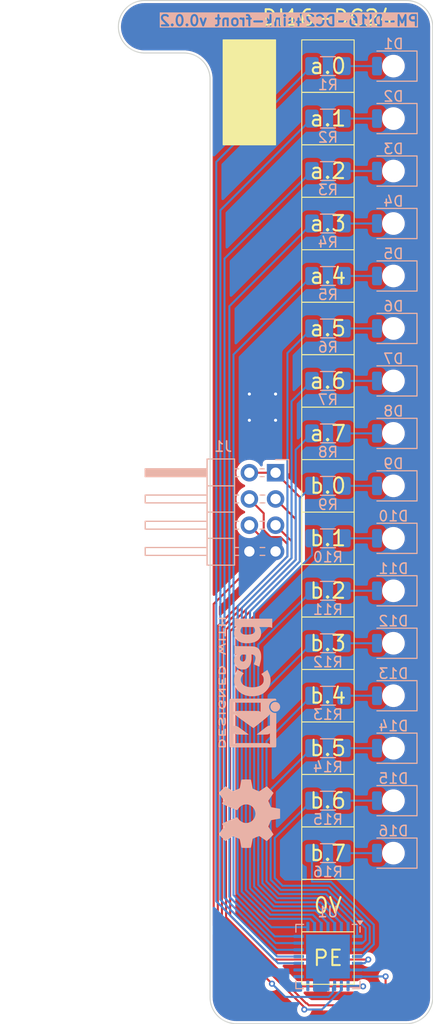
<source format=kicad_pcb>
(kicad_pcb (version 20240108) (generator "pcbnew") (generator_version "8.0")
  (title_block (title "${article} v${version}"))
  (layers (0 "F.Cu" signal) (31 "B.Cu" signal) (34 "B.Paste" user) (35 "F.Paste" user) (36 "B.SilkS" user "B.Silkscreen") (37 "F.SilkS" user "F.Silkscreen") (38 "B.Mask" user) (39 "F.Mask" user) (44 "Edge.Cuts" user))
  (property "article" "PM-DI16-DC24sink-front")
  (property "version" "0.0.2")
  (net 0 "")
  (net 4 "GND")
  (net 5 "+3.3V")
  (net 6 "/b.0")
  (net 7 "Net-(D1-A)")
  (net 8 "Net-(D2-A)")
  (net 9 "Net-(D3-A)")
  (net 10 "Net-(D4-A)")
  (net 11 "Net-(D5-A)")
  (net 12 "Net-(D6-A)")
  (net 13 "Net-(D7-A)")
  (net 14 "Net-(D8-A)")
  (net 15 "Net-(D9-A)")
  (net 16 "Net-(D10-A)")
  (net 17 "Net-(D11-A)")
  (net 18 "Net-(D12-A)")
  (net 19 "Net-(D13-A)")
  (net 20 "Net-(D14-A)")
  (net 21 "Net-(D15-A)")
  (net 22 "Net-(D16-A)")
  (net 23 "/b.1")
  (net 24 "/b.2")
  (net 25 "/b.3")
  (net 26 "/b.4")
  (net 27 "/b.5")
  (net 28 "/b.6")
  (net 29 "/b.7")
  (net 30 "/a.0")
  (net 31 "/a.1")
  (net 32 "/a.2")
  (net 33 "/a.3")
  (net 34 "/a.4")
  (net 35 "/a.5")
  (net 36 "/a.6")
  (net 37 "/a.7")
  (net 38 "/MOSI")
  (net 39 "/MISO")
  (net 40 "/SCK")
  (net 41 "/CS")
  (footprint "kicad_inventree_lib:LED_1206_3216Metric_ReverseMount_Hole1.8x2.4mm" (layer "B.Cu") (at 77.47 97.79 180)
    (property "Reference" "D9" (at 0 2.145 0) (layer "B.SilkS") (effects (justify mirror)))
    (property "Value" "Green")
    (pad "" np_thru_hole oval (at 0 0 180) (size 1.7 1.7) (drill oval 1.7) (layers "F&B.Cu" "*.Mask"))
    (pad "1" smd roundrect (at -1.6 0 180) (size 0.95 1.8) (layers "B.Cu" "B.Paste" "B.Mask") (roundrect_rratio 0.2) (net 4 "GND"))
    (pad "2" smd roundrect (at 1.6 0 180) (size 0.95 1.8) (layers "B.Cu" "B.Paste" "B.Mask") (roundrect_rratio 0.2) (net 15 "Net-(D9-A)"))
  )
  (footprint "Connector_PinHeader_2.54mm:PinHeader_2x04_P2.54mm_Horizontal" (layer "B.Cu") (at 66.04 96.52 180)
    (property "Reference" "J1" (at 5.08 2.54 0) (layer "B.SilkS") (effects (justify mirror)))
    (property "Value" "PinHeader_02x04_P2.54_THT_angle")
    (pad "1" thru_hole rect (at 0 0 180) (size 1.7 1.7) (drill 1) (layers "*.Cu" "*.Mask") (net 5 "+3.3V"))
    (pad "2" thru_hole oval (at 2.54 0 180) (size 1.7 1.7) (drill 1) (layers "*.Cu" "*.Mask") (net 5 "+3.3V"))
    (pad "3" thru_hole oval (at 0 -2.54 180) (size 1.7 1.7) (drill 1) (layers "*.Cu" "*.Mask") (net 40 "/SCK"))
    (pad "4" thru_hole oval (at 2.54 -2.54 180) (size 1.7 1.7) (drill 1) (layers "*.Cu" "*.Mask") (net 38 "/MOSI"))
    (pad "5" thru_hole oval (at 0 -5.08 180) (size 1.7 1.7) (drill 1) (layers "*.Cu" "*.Mask") (net 41 "/CS"))
    (pad "6" thru_hole oval (at 2.54 -5.08 180) (size 1.7 1.7) (drill 1) (layers "*.Cu" "*.Mask") (net 39 "/MISO"))
    (pad "7" thru_hole oval (at 0 -7.62 180) (size 1.7 1.7) (drill 1) (layers "*.Cu" "*.Mask") (net 4 "GND"))
    (pad "8" thru_hole oval (at 2.54 -7.62 180) (size 1.7 1.7) (drill 1) (layers "*.Cu" "*.Mask") (net 4 "GND"))
  )
  (footprint "Resistor_SMD:R_1206_3216Metric_Pad1.30x1.75mm_HandSolder" (layer "B.Cu") (at 71.12 97.79)
    (property "Reference" "R9" (at 0 1.82 0) (layer "B.SilkS") (effects (justify mirror)))
    (property "Value" "270")
    (pad "1" smd roundrect (at -1.55 0) (size 1.3 1.75) (layers "B.Cu" "B.Paste" "B.Mask") (roundrect_rratio 0.192308) (net 6 "/b.0"))
    (pad "2" smd roundrect (at 1.55 0) (size 1.3 1.75) (layers "B.Cu" "B.Paste" "B.Mask") (roundrect_rratio 0.192308) (net 15 "Net-(D9-A)"))
  )
  (footprint "Resistor_SMD:R_1206_3216Metric_Pad1.30x1.75mm_HandSolder" (layer "B.Cu") (at 71.12 128.27)
    (property "Reference" "R15" (at 0 1.82 0) (layer "B.SilkS") (effects (justify mirror)))
    (property "Value" "270")
    (pad "1" smd roundrect (at -1.55 0) (size 1.3 1.75) (layers "B.Cu" "B.Paste" "B.Mask") (roundrect_rratio 0.192308) (net 28 "/b.6"))
    (pad "2" smd roundrect (at 1.55 0) (size 1.3 1.75) (layers "B.Cu" "B.Paste" "B.Mask") (roundrect_rratio 0.192308) (net 21 "Net-(D15-A)"))
  )
  (footprint "kicad_inventree_lib:LED_1206_3216Metric_ReverseMount_Hole1.8x2.4mm" (layer "B.Cu") (at 77.47 123.19 180)
    (property "Reference" "D14" (at 0 2.145 0) (layer "B.SilkS") (effects (justify mirror)))
    (property "Value" "Green")
    (pad "" np_thru_hole oval (at 0 0 180) (size 1.7 1.7) (drill oval 1.7) (layers "F&B.Cu" "*.Mask"))
    (pad "1" smd roundrect (at -1.6 0 180) (size 0.95 1.8) (layers "B.Cu" "B.Paste" "B.Mask") (roundrect_rratio 0.2) (net 4 "GND"))
    (pad "2" smd roundrect (at 1.6 0 180) (size 0.95 1.8) (layers "B.Cu" "B.Paste" "B.Mask") (roundrect_rratio 0.2) (net 20 "Net-(D14-A)"))
  )
  (footprint "Resistor_SMD:R_1206_3216Metric_Pad1.30x1.75mm_HandSolder" (layer "B.Cu") (at 71.12 62.23)
    (property "Reference" "R2" (at 0 1.82 0) (layer "B.SilkS") (effects (justify mirror)))
    (property "Value" "270")
    (pad "1" smd roundrect (at -1.55 0) (size 1.3 1.75) (layers "B.Cu" "B.Paste" "B.Mask") (roundrect_rratio 0.192308) (net 31 "/a.1"))
    (pad "2" smd roundrect (at 1.55 0) (size 1.3 1.75) (layers "B.Cu" "B.Paste" "B.Mask") (roundrect_rratio 0.192308) (net 8 "Net-(D2-A)"))
  )
  (footprint "kicad_inventree_lib:LED_1206_3216Metric_ReverseMount_Hole1.8x2.4mm" (layer "B.Cu") (at 77.47 82.55 180)
    (property "Reference" "D6" (at 0 2.145 0) (layer "B.SilkS") (effects (justify mirror)))
    (property "Value" "Green")
    (pad "" np_thru_hole oval (at 0 0 180) (size 1.7 1.7) (drill oval 1.7) (layers "F&B.Cu" "*.Mask"))
    (pad "1" smd roundrect (at -1.6 0 180) (size 0.95 1.8) (layers "B.Cu" "B.Paste" "B.Mask") (roundrect_rratio 0.2) (net 4 "GND"))
    (pad "2" smd roundrect (at 1.6 0 180) (size 0.95 1.8) (layers "B.Cu" "B.Paste" "B.Mask") (roundrect_rratio 0.2) (net 12 "Net-(D6-A)"))
  )
  (footprint "kicad_inventree_lib:LED_1206_3216Metric_ReverseMount_Hole1.8x2.4mm" (layer "B.Cu") (at 77.47 62.23 180)
    (property "Reference" "D2" (at 0 2.145 0) (layer "B.SilkS") (effects (justify mirror)))
    (property "Value" "Green")
    (pad "" np_thru_hole oval (at 0 0 180) (size 1.7 1.7) (drill oval 1.7) (layers "F&B.Cu" "*.Mask"))
    (pad "1" smd roundrect (at -1.6 0 180) (size 0.95 1.8) (layers "B.Cu" "B.Paste" "B.Mask") (roundrect_rratio 0.2) (net 4 "GND"))
    (pad "2" smd roundrect (at 1.6 0 180) (size 0.95 1.8) (layers "B.Cu" "B.Paste" "B.Mask") (roundrect_rratio 0.2) (net 8 "Net-(D2-A)"))
  )
  (footprint "Package_DFN_QFN:QFN-28-1EP_6x6mm_P0.65mm_EP4.25x4.25mm" (layer "B.Cu") (at 71.12 143.36 180)
    (property "Reference" "U1" (at 0 4.31 0) (layer "B.SilkS") (effects (justify mirror)))
    (property "Value" "MCP23S17_ML")
    (pad "1" smd roundrect (at -2.8375 1.95 180) (size 1.025 0.3) (layers "B.Cu" "B.Paste" "B.Mask") (net 26 "/b.4"))
    (pad "2" smd roundrect (at -2.8375 1.3 180) (size 1.025 0.3) (layers "B.Cu" "B.Paste" "B.Mask") (net 27 "/b.5"))
    (pad "3" smd roundrect (at -2.8375 0.65 180) (size 1.025 0.3) (layers "B.Cu" "B.Paste" "B.Mask") (net 28 "/b.6"))
    (pad "4" smd roundrect (at -2.8375 0 180) (size 1.025 0.3) (layers "B.Cu" "B.Paste" "B.Mask") (net 29 "/b.7"))
    (pad "5" smd roundrect (at -2.8375 -0.65 180) (size 1.025 0.3) (layers "B.Cu" "B.Paste" "B.Mask") (net 5 "+3.3V"))
    (pad "6" smd roundrect (at -2.8375 -1.3 180) (size 1.025 0.3) (layers "B.Cu" "B.Paste" "B.Mask") (net 4 "GND"))
    (pad "7" smd roundrect (at -2.8375 -1.95 180) (size 1.025 0.3) (layers "B.Cu" "B.Paste" "B.Mask") (net 41 "/CS"))
    (pad "8" smd roundrect (at -1.95 -2.8375 180) (size 0.3 1.025) (layers "B.Cu" "B.Paste" "B.Mask") (net 40 "/SCK"))
    (pad "9" smd roundrect (at -1.3 -2.8375 180) (size 0.3 1.025) (layers "B.Cu" "B.Paste" "B.Mask") (net 38 "/MOSI"))
    (pad "10" smd roundrect (at -0.65 -2.8375 180) (size 0.3 1.025) (layers "B.Cu" "B.Paste" "B.Mask") (net 39 "/MISO"))
    (pad "11" smd roundrect (at 0 -2.8375 180) (size 0.3 1.025) (layers "B.Cu" "B.Paste" "B.Mask") (net 4 "GND"))
    (pad "12" smd roundrect (at 0.65 -2.8375 180) (size 0.3 1.025) (layers "B.Cu" "B.Paste" "B.Mask") (net 4 "GND"))
    (pad "13" smd roundrect (at 1.3 -2.8375 180) (size 0.3 1.025) (layers "B.Cu" "B.Paste" "B.Mask") (net 4 "GND"))
    (pad "14" smd roundrect (at 1.95 -2.8375 180) (size 0.3 1.025) (layers "B.Cu" "B.Paste" "B.Mask"))
    (pad "15" smd roundrect (at 2.8375 -1.95 180) (size 1.025 0.3) (layers "B.Cu" "B.Paste" "B.Mask"))
    (pad "16" smd roundrect (at 2.8375 -1.3 180) (size 1.025 0.3) (layers "B.Cu" "B.Paste" "B.Mask"))
    (pad "17" smd roundrect (at 2.8375 -0.65 180) (size 1.025 0.3) (layers "B.Cu" "B.Paste" "B.Mask") (net 30 "/a.0"))
    (pad "18" smd roundrect (at 2.8375 0 180) (size 1.025 0.3) (layers "B.Cu" "B.Paste" "B.Mask") (net 31 "/a.1"))
    (pad "19" smd roundrect (at 2.8375 0.65 180) (size 1.025 0.3) (layers "B.Cu" "B.Paste" "B.Mask") (net 32 "/a.2"))
    (pad "20" smd roundrect (at 2.8375 1.3 180) (size 1.025 0.3) (layers "B.Cu" "B.Paste" "B.Mask") (net 33 "/a.3"))
    (pad "21" smd roundrect (at 2.8375 1.95 180) (size 1.025 0.3) (layers "B.Cu" "B.Paste" "B.Mask") (net 34 "/a.4"))
    (pad "22" smd roundrect (at 1.95 2.8375 180) (size 0.3 1.025) (layers "B.Cu" "B.Paste" "B.Mask") (net 35 "/a.5"))
    (pad "23" smd roundrect (at 1.3 2.8375 180) (size 0.3 1.025) (layers "B.Cu" "B.Paste" "B.Mask") (net 36 "/a.6"))
    (pad "24" smd roundrect (at 0.65 2.8375 180) (size 0.3 1.025) (layers "B.Cu" "B.Paste" "B.Mask") (net 37 "/a.7"))
    (pad "25" smd roundrect (at 0 2.8375 180) (size 0.3 1.025) (layers "B.Cu" "B.Paste" "B.Mask") (net 6 "/b.0"))
    (pad "26" smd roundrect (at -0.65 2.8375 180) (size 0.3 1.025) (layers "B.Cu" "B.Paste" "B.Mask") (net 23 "/b.1"))
    (pad "27" smd roundrect (at -1.3 2.8375 180) (size 0.3 1.025) (layers "B.Cu" "B.Paste" "B.Mask") (net 24 "/b.2"))
    (pad "28" smd roundrect (at -1.95 2.8375 180) (size 0.3 1.025) (layers "B.Cu" "B.Paste" "B.Mask") (net 25 "/b.3"))
    (pad "29" smd rect (at 0 0 180) (size 4.25 4.25) (property pad_prop_heatsink) (layers "B.Cu" "B.Mask") (net 4 "GND"))
  )
  (footprint "Resistor_SMD:R_1206_3216Metric_Pad1.30x1.75mm_HandSolder" (layer "B.Cu") (at 71.12 57.15)
    (property "Reference" "R1" (at 0 1.82 0) (layer "B.SilkS") (effects (justify mirror)))
    (property "Value" "270")
    (pad "1" smd roundrect (at -1.55 0) (size 1.3 1.75) (layers "B.Cu" "B.Paste" "B.Mask") (roundrect_rratio 0.192308) (net 30 "/a.0"))
    (pad "2" smd roundrect (at 1.55 0) (size 1.3 1.75) (layers "B.Cu" "B.Paste" "B.Mask") (roundrect_rratio 0.192308) (net 7 "Net-(D1-A)"))
  )
  (footprint "kicad_inventree_lib:LED_1206_3216Metric_ReverseMount_Hole1.8x2.4mm" (layer "B.Cu") (at 77.47 113.03 180)
    (property "Reference" "D12" (at 0 2.145 0) (layer "B.SilkS") (effects (justify mirror)))
    (property "Value" "Green")
    (pad "" np_thru_hole oval (at 0 0 180) (size 1.7 1.7) (drill oval 1.7) (layers "F&B.Cu" "*.Mask"))
    (pad "1" smd roundrect (at -1.6 0 180) (size 0.95 1.8) (layers "B.Cu" "B.Paste" "B.Mask") (roundrect_rratio 0.2) (net 4 "GND"))
    (pad "2" smd roundrect (at 1.6 0 180) (size 0.95 1.8) (layers "B.Cu" "B.Paste" "B.Mask") (roundrect_rratio 0.2) (net 18 "Net-(D12-A)"))
  )
  (footprint "Resistor_SMD:R_1206_3216Metric_Pad1.30x1.75mm_HandSolder" (layer "B.Cu") (at 71.12 113.03)
    (property "Reference" "R12" (at 0 1.82 0) (layer "B.SilkS") (effects (justify mirror)))
    (property "Value" "270")
    (pad "1" smd roundrect (at -1.55 0) (size 1.3 1.75) (layers "B.Cu" "B.Paste" "B.Mask") (roundrect_rratio 0.192308) (net 25 "/b.3"))
    (pad "2" smd roundrect (at 1.55 0) (size 1.3 1.75) (layers "B.Cu" "B.Paste" "B.Mask") (roundrect_rratio 0.192308) (net 18 "Net-(D12-A)"))
  )
  (footprint "Resistor_SMD:R_1206_3216Metric_Pad1.30x1.75mm_HandSolder" (layer "B.Cu") (at 71.12 77.47)
    (property "Reference" "R5" (at 0 1.82 0) (layer "B.SilkS") (effects (justify mirror)))
    (property "Value" "270")
    (pad "1" smd roundrect (at -1.55 0) (size 1.3 1.75) (layers "B.Cu" "B.Paste" "B.Mask") (roundrect_rratio 0.192308) (net 34 "/a.4"))
    (pad "2" smd roundrect (at 1.55 0) (size 1.3 1.75) (layers "B.Cu" "B.Paste" "B.Mask") (roundrect_rratio 0.192308) (net 11 "Net-(D5-A)"))
  )
  (footprint "kicad_inventree_lib:LED_1206_3216Metric_ReverseMount_Hole1.8x2.4mm" (layer "B.Cu") (at 77.47 77.47 180)
    (property "Reference" "D5" (at 0 2.145 0) (layer "B.SilkS") (effects (justify mirror)))
    (property "Value" "Green")
    (pad "" np_thru_hole oval (at 0 0 180) (size 1.7 1.7) (drill oval 1.7) (layers "F&B.Cu" "*.Mask"))
    (pad "1" smd roundrect (at -1.6 0 180) (size 0.95 1.8) (layers "B.Cu" "B.Paste" "B.Mask") (roundrect_rratio 0.2) (net 4 "GND"))
    (pad "2" smd roundrect (at 1.6 0 180) (size 0.95 1.8) (layers "B.Cu" "B.Paste" "B.Mask") (roundrect_rratio 0.2) (net 11 "Net-(D5-A)"))
  )
  (footprint "kicad_inventree_lib:LED_1206_3216Metric_ReverseMount_Hole1.8x2.4mm" (layer "B.Cu") (at 77.47 87.63 180)
    (property "Reference" "D7" (at 0 2.145 0) (layer "B.SilkS") (effects (justify mirror)))
    (property "Value" "Green")
    (pad "" np_thru_hole oval (at 0 0 180) (size 1.7 1.7) (drill oval 1.7) (layers "F&B.Cu" "*.Mask"))
    (pad "1" smd roundrect (at -1.6 0 180) (size 0.95 1.8) (layers "B.Cu" "B.Paste" "B.Mask") (roundrect_rratio 0.2) (net 4 "GND"))
    (pad "2" smd roundrect (at 1.6 0 180) (size 0.95 1.8) (layers "B.Cu" "B.Paste" "B.Mask") (roundrect_rratio 0.2) (net 13 "Net-(D7-A)"))
  )
  (footprint "Resistor_SMD:R_1206_3216Metric_Pad1.30x1.75mm_HandSolder" (layer "B.Cu") (at 71.12 102.87)
    (property "Reference" "R10" (at 0 1.82 0) (layer "B.SilkS") (effects (justify mirror)))
    (property "Value" "270")
    (pad "1" smd roundrect (at -1.55 0) (size 1.3 1.75) (layers "B.Cu" "B.Paste" "B.Mask") (roundrect_rratio 0.192308) (net 23 "/b.1"))
    (pad "2" smd roundrect (at 1.55 0) (size 1.3 1.75) (layers "B.Cu" "B.Paste" "B.Mask") (roundrect_rratio 0.192308) (net 16 "Net-(D10-A)"))
  )
  (footprint "Resistor_SMD:R_1206_3216Metric_Pad1.30x1.75mm_HandSolder" (layer "B.Cu") (at 71.12 133.35)
    (property "Reference" "R16" (at 0 1.82 0) (layer "B.SilkS") (effects (justify mirror)))
    (property "Value" "270")
    (pad "1" smd roundrect (at -1.55 0) (size 1.3 1.75) (layers "B.Cu" "B.Paste" "B.Mask") (roundrect_rratio 0.192308) (net 29 "/b.7"))
    (pad "2" smd roundrect (at 1.55 0) (size 1.3 1.75) (layers "B.Cu" "B.Paste" "B.Mask") (roundrect_rratio 0.192308) (net 22 "Net-(D16-A)"))
  )
  (footprint "kicad_inventree_lib:LED_1206_3216Metric_ReverseMount_Hole1.8x2.4mm" (layer "B.Cu") (at 77.47 72.39 180)
    (property "Reference" "D4" (at 0 2.145 0) (layer "B.SilkS") (effects (justify mirror)))
    (property "Value" "Green")
    (pad "" np_thru_hole oval (at 0 0 180) (size 1.7 1.7) (drill oval 1.7) (layers "F&B.Cu" "*.Mask"))
    (pad "1" smd roundrect (at -1.6 0 180) (size 0.95 1.8) (layers "B.Cu" "B.Paste" "B.Mask") (roundrect_rratio 0.2) (net 4 "GND"))
    (pad "2" smd roundrect (at 1.6 0 180) (size 0.95 1.8) (layers "B.Cu" "B.Paste" "B.Mask") (roundrect_rratio 0.2) (net 10 "Net-(D4-A)"))
  )
  (footprint "Resistor_SMD:R_1206_3216Metric_Pad1.30x1.75mm_HandSolder" (layer "B.Cu") (at 71.12 107.95)
    (property "Reference" "R11" (at 0 1.82 0) (layer "B.SilkS") (effects (justify mirror)))
    (property "Value" "270")
    (pad "1" smd roundrect (at -1.55 0) (size 1.3 1.75) (layers "B.Cu" "B.Paste" "B.Mask") (roundrect_rratio 0.192308) (net 24 "/b.2"))
    (pad "2" smd roundrect (at 1.55 0) (size 1.3 1.75) (layers "B.Cu" "B.Paste" "B.Mask") (roundrect_rratio 0.192308) (net 17 "Net-(D11-A)"))
  )
  (footprint "kicad_inventree_lib:LED_1206_3216Metric_ReverseMount_Hole1.8x2.4mm" (layer "B.Cu") (at 77.47 67.31 180)
    (property "Reference" "D3" (at 0 2.145 0) (layer "B.SilkS") (effects (justify mirror)))
    (property "Value" "Green")
    (pad "" np_thru_hole oval (at 0 0 180) (size 1.7 1.7) (drill oval 1.7) (layers "F&B.Cu" "*.Mask"))
    (pad "1" smd roundrect (at -1.6 0 180) (size 0.95 1.8) (layers "B.Cu" "B.Paste" "B.Mask") (roundrect_rratio 0.2) (net 4 "GND"))
    (pad "2" smd roundrect (at 1.6 0 180) (size 0.95 1.8) (layers "B.Cu" "B.Paste" "B.Mask") (roundrect_rratio 0.2) (net 9 "Net-(D3-A)"))
  )
  (footprint "Symbol:OSHW-Symbol_6.7x6mm_SilkScreen" (layer "B.Cu") (at 63.5 129.54 90)
    (property "Reference" "REF**" (hide yes))
    (property "Value" "OSHW-Symbol_6.7x6mm_SilkScreen" (hide yes))
  )
  (footprint "kicad_inventree_lib:LED_1206_3216Metric_ReverseMount_Hole1.8x2.4mm" (layer "B.Cu") (at 77.47 102.87 180)
    (property "Reference" "D10" (at 0 2.145 0) (layer "B.SilkS") (effects (justify mirror)))
    (property "Value" "Green")
    (pad "" np_thru_hole oval (at 0 0 180) (size 1.7 1.7) (drill oval 1.7) (layers "F&B.Cu" "*.Mask"))
    (pad "1" smd roundrect (at -1.6 0 180) (size 0.95 1.8) (layers "B.Cu" "B.Paste" "B.Mask") (roundrect_rratio 0.2) (net 4 "GND"))
    (pad "2" smd roundrect (at 1.6 0 180) (size 0.95 1.8) (layers "B.Cu" "B.Paste" "B.Mask") (roundrect_rratio 0.2) (net 16 "Net-(D10-A)"))
  )
  (footprint "kicad_inventree_lib:LED_1206_3216Metric_ReverseMount_Hole1.8x2.4mm" (layer "B.Cu") (at 77.47 118.11 180)
    (property "Reference" "D13" (at 0 2.145 0) (layer "B.SilkS") (effects (justify mirror)))
    (property "Value" "Green")
    (pad "" np_thru_hole oval (at 0 0 180) (size 1.7 1.7) (drill oval 1.7) (layers "F&B.Cu" "*.Mask"))
    (pad "1" smd roundrect (at -1.6 0 180) (size 0.95 1.8) (layers "B.Cu" "B.Paste" "B.Mask") (roundrect_rratio 0.2) (net 4 "GND"))
    (pad "2" smd roundrect (at 1.6 0 180) (size 0.95 1.8) (layers "B.Cu" "B.Paste" "B.Mask") (roundrect_rratio 0.2) (net 19 "Net-(D13-A)"))
  )
  (footprint "Resistor_SMD:R_1206_3216Metric_Pad1.30x1.75mm_HandSolder" (layer "B.Cu") (at 71.12 92.71)
    (property "Reference" "R8" (at 0 1.82 0) (layer "B.SilkS") (effects (justify mirror)))
    (property "Value" "270")
    (pad "1" smd roundrect (at -1.55 0) (size 1.3 1.75) (layers "B.Cu" "B.Paste" "B.Mask") (roundrect_rratio 0.192308) (net 37 "/a.7"))
    (pad "2" smd roundrect (at 1.55 0) (size 1.3 1.75) (layers "B.Cu" "B.Paste" "B.Mask") (roundrect_rratio 0.192308) (net 14 "Net-(D8-A)"))
  )
  (footprint "Resistor_SMD:R_1206_3216Metric_Pad1.30x1.75mm_HandSolder" (layer "B.Cu") (at 71.12 67.31)
    (property "Reference" "R3" (at 0 1.82 0) (layer "B.SilkS") (effects (justify mirror)))
    (property "Value" "270")
    (pad "1" smd roundrect (at -1.55 0) (size 1.3 1.75) (layers "B.Cu" "B.Paste" "B.Mask") (roundrect_rratio 0.192308) (net 32 "/a.2"))
    (pad "2" smd roundrect (at 1.55 0) (size 1.3 1.75) (layers "B.Cu" "B.Paste" "B.Mask") (roundrect_rratio 0.192308) (net 9 "Net-(D3-A)"))
  )
  (footprint "Resistor_SMD:R_1206_3216Metric_Pad1.30x1.75mm_HandSolder" (layer "B.Cu") (at 71.12 72.39)
    (property "Reference" "R4" (at 0 1.82 0) (layer "B.SilkS") (effects (justify mirror)))
    (property "Value" "270")
    (pad "1" smd roundrect (at -1.55 0) (size 1.3 1.75) (layers "B.Cu" "B.Paste" "B.Mask") (roundrect_rratio 0.192308) (net 33 "/a.3"))
    (pad "2" smd roundrect (at 1.55 0) (size 1.3 1.75) (layers "B.Cu" "B.Paste" "B.Mask") (roundrect_rratio 0.192308) (net 10 "Net-(D4-A)"))
  )
  (footprint "kicad_inventree_lib:LED_1206_3216Metric_ReverseMount_Hole1.8x2.4mm" (layer "B.Cu") (at 77.47 57.15 180)
    (property "Reference" "D1" (at 0 2.145 0) (layer "B.SilkS") (effects (justify mirror)))
    (property "Value" "Green")
    (pad "" np_thru_hole oval (at 0 0 180) (size 1.7 1.7) (drill oval 1.7) (layers "F&B.Cu" "*.Mask"))
    (pad "1" smd roundrect (at -1.6 0 180) (size 0.95 1.8) (layers "B.Cu" "B.Paste" "B.Mask") (roundrect_rratio 0.2) (net 4 "GND"))
    (pad "2" smd roundrect (at 1.6 0 180) (size 0.95 1.8) (layers "B.Cu" "B.Paste" "B.Mask") (roundrect_rratio 0.2) (net 7 "Net-(D1-A)"))
  )
  (footprint "Resistor_SMD:R_1206_3216Metric_Pad1.30x1.75mm_HandSolder" (layer "B.Cu") (at 71.12 118.11)
    (property "Reference" "R13" (at 0 1.82 0) (layer "B.SilkS") (effects (justify mirror)))
    (property "Value" "270")
    (pad "1" smd roundrect (at -1.55 0) (size 1.3 1.75) (layers "B.Cu" "B.Paste" "B.Mask") (roundrect_rratio 0.192308) (net 26 "/b.4"))
    (pad "2" smd roundrect (at 1.55 0) (size 1.3 1.75) (layers "B.Cu" "B.Paste" "B.Mask") (roundrect_rratio 0.192308) (net 19 "Net-(D13-A)"))
  )
  (footprint "kicad_inventree_lib:LED_1206_3216Metric_ReverseMount_Hole1.8x2.4mm" (layer "B.Cu") (at 77.47 107.95 180)
    (property "Reference" "D11" (at 0 2.145 0) (layer "B.SilkS") (effects (justify mirror)))
    (property "Value" "Green")
    (pad "" np_thru_hole oval (at 0 0 180) (size 1.7 1.7) (drill oval 1.7) (layers "F&B.Cu" "*.Mask"))
    (pad "1" smd roundrect (at -1.6 0 180) (size 0.95 1.8) (layers "B.Cu" "B.Paste" "B.Mask") (roundrect_rratio 0.2) (net 4 "GND"))
    (pad "2" smd roundrect (at 1.6 0 180) (size 0.95 1.8) (layers "B.Cu" "B.Paste" "B.Mask") (roundrect_rratio 0.2) (net 17 "Net-(D11-A)"))
  )
  (footprint "kicad_inventree_lib:LED_1206_3216Metric_ReverseMount_Hole1.8x2.4mm" (layer "B.Cu") (at 77.47 133.35 180)
    (property "Reference" "D16" (at 0 2.145 0) (layer "B.SilkS") (effects (justify mirror)))
    (property "Value" "Green")
    (pad "" np_thru_hole oval (at 0 0 180) (size 1.7 1.7) (drill oval 1.7) (layers "F&B.Cu" "*.Mask"))
    (pad "1" smd roundrect (at -1.6 0 180) (size 0.95 1.8) (layers "B.Cu" "B.Paste" "B.Mask") (roundrect_rratio 0.2) (net 4 "GND"))
    (pad "2" smd roundrect (at 1.6 0 180) (size 0.95 1.8) (layers "B.Cu" "B.Paste" "B.Mask") (roundrect_rratio 0.2) (net 22 "Net-(D16-A)"))
  )
  (footprint "kicad_inventree_lib:LED_1206_3216Metric_ReverseMount_Hole1.8x2.4mm" (layer "B.Cu") (at 77.47 92.71 180)
    (property "Reference" "D8" (at 0 2.145 0) (layer "B.SilkS") (effects (justify mirror)))
    (property "Value" "Green")
    (pad "" np_thru_hole oval (at 0 0 180) (size 1.7 1.7) (drill oval 1.7) (layers "F&B.Cu" "*.Mask"))
    (pad "1" smd roundrect (at -1.6 0 180) (size 0.95 1.8) (layers "B.Cu" "B.Paste" "B.Mask") (roundrect_rratio 0.2) (net 4 "GND"))
    (pad "2" smd roundrect (at 1.6 0 180) (size 0.95 1.8) (layers "B.Cu" "B.Paste" "B.Mask") (roundrect_rratio 0.2) (net 14 "Net-(D8-A)"))
  )
  (footprint "Symbol:KiCad-Logo2_5mm_SilkScreen" (layer "B.Cu") (at 63.5 116.84 90)
    (property "Reference" "Logo_kicad" (hide yes))
    (property "Value" "KiCad-Logo2_5mm_SilkScreen" (hide yes))
  )
  (footprint "Resistor_SMD:R_1206_3216Metric_Pad1.30x1.75mm_HandSolder" (layer "B.Cu") (at 71.12 123.19)
    (property "Reference" "R14" (at 0 1.82 0) (layer "B.SilkS") (effects (justify mirror)))
    (property "Value" "270")
    (pad "1" smd roundrect (at -1.55 0) (size 1.3 1.75) (layers "B.Cu" "B.Paste" "B.Mask") (roundrect_rratio 0.192308) (net 27 "/b.5"))
    (pad "2" smd roundrect (at 1.55 0) (size 1.3 1.75) (layers "B.Cu" "B.Paste" "B.Mask") (roundrect_rratio 0.192308) (net 20 "Net-(D14-A)"))
  )
  (footprint "kicad_inventree_lib:LED_1206_3216Metric_ReverseMount_Hole1.8x2.4mm" (layer "B.Cu") (at 77.47 128.27 180)
    (property "Reference" "D15" (at 0 2.145 0) (layer "B.SilkS") (effects (justify mirror)))
    (property "Value" "Green")
    (pad "" np_thru_hole oval (at 0 0 180) (size 1.7 1.7) (drill oval 1.7) (layers "F&B.Cu" "*.Mask"))
    (pad "1" smd roundrect (at -1.6 0 180) (size 0.95 1.8) (layers "B.Cu" "B.Paste" "B.Mask") (roundrect_rratio 0.2) (net 4 "GND"))
    (pad "2" smd roundrect (at 1.6 0 180) (size 0.95 1.8) (layers "B.Cu" "B.Paste" "B.Mask") (roundrect_rratio 0.2) (net 21 "Net-(D15-A)"))
  )
  (footprint "Resistor_SMD:R_1206_3216Metric_Pad1.30x1.75mm_HandSolder" (layer "B.Cu") (at 71.12 87.63)
    (property "Reference" "R7" (at 0 1.82 0) (layer "B.SilkS") (effects (justify mirror)))
    (property "Value" "270")
    (pad "1" smd roundrect (at -1.55 0) (size 1.3 1.75) (layers "B.Cu" "B.Paste" "B.Mask") (roundrect_rratio 0.192308) (net 36 "/a.6"))
    (pad "2" smd roundrect (at 1.55 0) (size 1.3 1.75) (layers "B.Cu" "B.Paste" "B.Mask") (roundrect_rratio 0.192308) (net 13 "Net-(D7-A)"))
  )
  (footprint "Resistor_SMD:R_1206_3216Metric_Pad1.30x1.75mm_HandSolder" (layer "B.Cu") (at 71.12 82.55)
    (property "Reference" "R6" (at 0 1.82 0) (layer "B.SilkS") (effects (justify mirror)))
    (property "Value" "270")
    (pad "1" smd roundrect (at -1.55 0) (size 1.3 1.75) (layers "B.Cu" "B.Paste" "B.Mask") (roundrect_rratio 0.192308) (net 35 "/a.5"))
    (pad "2" smd roundrect (at 1.55 0) (size 1.3 1.75) (layers "B.Cu" "B.Paste" "B.Mask") (roundrect_rratio 0.192308) (net 12 "Net-(D6-A)"))
  )
  (gr_rect (start 68.58 80.01) (end 73.66 85.09) (stroke (width 0.1)) (fill none) (layer "F.SilkS"))
  (gr_rect (start 68.58 100.33) (end 73.66 105.41) (stroke (width 0.1)) (fill none) (layer "F.SilkS"))
  (gr_rect (start 68.58 69.85) (end 73.66 74.93) (stroke (width 0.1)) (fill none) (layer "F.SilkS"))
  (gr_rect (start 68.58 59.69) (end 73.66 64.77) (stroke (width 0.1)) (fill none) (layer "F.SilkS"))
  (gr_rect (start 68.58 120.65) (end 73.66 125.73) (stroke (width 0.1)) (fill none) (layer "F.SilkS"))
  (gr_rect (start 68.58 115.57) (end 73.66 120.65) (stroke (width 0.1)) (fill none) (layer "F.SilkS"))
  (gr_rect (start 68.58 125.73) (end 73.66 130.81) (stroke (width 0.1)) (fill none) (layer "F.SilkS"))
  (gr_rect (start 68.58 130.81) (end 73.66 135.89) (stroke (width 0.1)) (fill none) (layer "F.SilkS"))
  (gr_rect (start 68.58 110.49) (end 73.66 115.57) (stroke (width 0.1)) (fill none) (layer "F.SilkS"))
  (gr_rect (start 68.58 54.61) (end 73.66 59.69) (stroke (width 0.1)) (fill none) (layer "F.SilkS"))
  (gr_rect (start 68.58 95.25) (end 73.66 100.33) (stroke (width 0.1)) (fill none) (layer "F.SilkS"))
  (gr_rect (start 68.58 105.41) (end 73.66 110.49) (stroke (width 0.1)) (fill none) (layer "F.SilkS"))
  (gr_rect (start 68.58 135.89) (end 73.66 140.97) (stroke (width 0.1)) (fill none) (layer "F.SilkS"))
  (gr_rect (start 60.96 54.61) (end 66.04 64.77) (stroke (width 0.1)) (fill solid) (layer "F.SilkS"))
  (gr_rect (start 68.58 64.77) (end 73.66 69.85) (stroke (width 0.1)) (fill none) (layer "F.SilkS"))
  (gr_rect (start 68.58 85.09) (end 73.66 90.17) (stroke (width 0.1)) (fill none) (layer "F.SilkS"))
  (gr_rect (start 68.58 90.17) (end 73.66 95.25) (stroke (width 0.1)) (fill none) (layer "F.SilkS"))
  (gr_rect (start 68.58 74.93) (end 73.66 80.01) (stroke (width 0.1)) (fill none) (layer "F.SilkS"))
  (gr_rect (start 68.58 140.97) (end 73.66 146.05) (stroke (width 0.1)) (fill none) (layer "F.SilkS"))
  (gr_line (start 53.34 55.88) (end 57.15 55.88) (stroke (width 0.1)) (layer "Edge.Cuts"))
  (gr_arc (start 62.23 149.86) (mid 60.433949 149.116051) (end 59.69 147.32) (stroke (width 0.1)) (layer "Edge.Cuts"))
  (gr_arc (start 78.74 50.8) (mid 80.536051 51.543949) (end 81.28 53.34) (stroke (width 0.1)) (layer "Edge.Cuts"))
  (gr_line (start 59.69 58.42) (end 59.69 147.32) (stroke (width 0.1)) (layer "Edge.Cuts"))
  (gr_arc (start 50.8 53.34) (mid 51.543949 51.543949) (end 53.34 50.8) (stroke (width 0.1)) (layer "Edge.Cuts"))
  (gr_line (start 62.23 149.86) (end 78.74 149.86) (stroke (width 0.1)) (layer "Edge.Cuts"))
  (gr_arc (start 53.34 55.88) (mid 51.543949 55.136051) (end 50.8 53.34) (stroke (width 0.1)) (layer "Edge.Cuts"))
  (gr_line (start 53.34 50.8) (end 78.74 50.8) (stroke (width 0.1)) (layer "Edge.Cuts"))
  (gr_line (start 81.28 53.34) (end 81.28 147.32) (stroke (width 0.1)) (layer "Edge.Cuts"))
  (gr_arc (start 81.28 147.32) (mid 80.536051 149.116051) (end 78.74 149.86) (stroke (width 0.1)) (layer "Edge.Cuts"))
  (gr_arc (start 57.15 55.88) (mid 58.946051 56.623949) (end 59.69 58.42) (stroke (width 0.1)) (layer "Edge.Cuts"))
  (gr_text "${article} v${version}" (at 80.01 53.34 0) (layer "B.SilkS" knockout) (effects (font (size 1 1) (thickness 0.2) (bold yes)) (justify left bottom mirror)))
  (gr_text "b.3" (at 71.12 113.9015 0) (layer "F.SilkS") (effects (font (size 1.5 1.5) (thickness 0.2)) (justify bottom)))
  (gr_text "b.2" (at 71.12 108.8215 0) (layer "F.SilkS") (effects (font (size 1.5 1.5) (thickness 0.2)) (justify bottom)))
  (gr_text "PE" (at 71.12 144.3815 0) (layer "F.SilkS") (effects (font (size 1.5 1.5) (thickness 0.2)) (justify bottom)))
  (gr_text "a.4" (at 71.12 78.3415 0) (layer "F.SilkS") (effects (font (size 1.5 1.5) (thickness 0.2)) (justify bottom)))
  (gr_text "b.7" (at 71.12 134.2215 0) (layer "F.SilkS") (effects (font (size 1.5 1.5) (thickness 0.2)) (justify bottom)))
  (gr_text "a.1" (at 71.12 63.1015 0) (layer "F.SilkS") (effects (font (size 1.5 1.5) (thickness 0.2)) (justify bottom)))
  (gr_text "a.7" (at 71.12 93.5815 0) (layer "F.SilkS") (effects (font (size 1.5 1.5) (thickness 0.2)) (justify bottom)))
  (gr_text "b.1" (at 71.12 103.7415 0) (layer "F.SilkS") (effects (font (size 1.5 1.5) (thickness 0.2)) (justify bottom)))
  (gr_text "a.5" (at 71.12 83.4215 0) (layer "F.SilkS") (effects (font (size 1.5 1.5) (thickness 0.2)) (justify bottom)))
  (gr_text "b.0" (at 71.12 98.6615 0) (layer "F.SilkS") (effects (font (size 1.5 1.5) (thickness 0.2)) (justify bottom)))
  (gr_text "a.6" (at 71.12 88.5015 0) (layer "F.SilkS") (effects (font (size 1.5 1.5) (thickness 0.2)) (justify bottom)))
  (gr_text "a.2" (at 71.12 68.1815 0) (layer "F.SilkS") (effects (font (size 1.5 1.5) (thickness 0.2)) (justify bottom)))
  (gr_text "DI16-DC24" (at 71.12 53.34 0) (layer "F.SilkS") (effects (font (size 1.5 1.5) (thickness 0.2)) (justify bottom)))
  (gr_text "0V" (at 71.12 139.3015 0) (layer "F.SilkS") (effects (font (size 1.5 1.5) (thickness 0.2)) (justify bottom)))
  (gr_text "b.5" (at 71.12 124.0615 0) (layer "F.SilkS") (effects (font (size 1.5 1.5) (thickness 0.2)) (justify bottom)))
  (gr_text "a.0" (at 71.12 58.0215 0) (layer "F.SilkS") (effects (font (size 1.5 1.5) (thickness 0.2)) (justify bottom)))
  (gr_text "a.3" (at 71.12 73.2615 0) (layer "F.SilkS") (effects (font (size 1.5 1.5) (thickness 0.2)) (justify bottom)))
  (gr_text "b.4" (at 71.12 118.9815 0) (layer "F.SilkS") (effects (font (size 1.5 1.5) (thickness 0.2)) (justify bottom)))
  (gr_text "b.6" (at 71.12 129.1415 0) (layer "F.SilkS") (effects (font (size 1.5 1.5) (thickness 0.2)) (justify bottom)))
  (via (at 63.5 88.9) (size 0.6) (drill 0.3) (layers "F.Cu" "B.Cu") (net 4))
  (via (at 66.04 91.44) (size 0.6) (drill 0.3) (layers "F.Cu" "B.Cu") (net 4))
  (via (at 63.5 91.44) (size 0.6) (drill 0.3) (layers "F.Cu" "B.Cu") (net 4))
  (via (at 66.04 88.9) (size 0.6) (drill 0.3) (layers "F.Cu" "B.Cu") (net 4))
  (segment (start 75.05 144.66) (end 76.708 143.002) (width 0.2) (layer "B.Cu") (net 4))
  (segment (start 73.9575 144.66) (end 75.05 144.66) (width 0.2) (layer "B.Cu") (net 4))
  (segment (start 68.39 98.87) (end 66.04 96.52) (width 0.2) (layer "F.Cu") (net 5))
  (segment (start 65.901558 143.6529) (end 61.64 139.391342) (width 0.2) (layer "F.Cu") (net 5))
  (segment (start 68.39 105.113404) (end 68.39 98.87) (width 0.2) (layer "F.Cu") (net 5))
  (segment (start 61.64 139.391342) (end 61.64 111.863404) (width 0.2) (layer "F.Cu") (net 5))
  (segment (start 75.0287 143.6529) (end 65.901558 143.6529) (width 0.2) (layer "F.Cu") (net 5))
  (segment (start 61.64 111.863404) (end 68.39 105.113404) (width 0.2) (layer "F.Cu") (net 5))
  (segment (start 66.04 96.52) (end 63.5 96.52) (width 0.2) (layer "F.Cu") (net 5))
  (via (at 75.0287 143.6529) (size 0.6) (drill 0.3) (layers "F.Cu" "B.Cu") (net 5))
  (segment (start 74.6716 144.01) (end 75.0287 143.6529) (width 0.2) (layer "B.Cu") (net 5))
  (segment (start 73.9575 144.01) (end 74.6716 144.01) (width 0.2) (layer "B.Cu") (net 5))
  (segment (start 68.39 98.97) (end 69.57 97.79) (width 0.2) (layer "B.Cu") (net 6))
  (segment (start 71.12 140.12759) (end 69.90241 138.91) (width 0.2) (layer "B.Cu") (net 6))
  (segment (start 65.726116 138.91) (end 63.561843 136.745727) (width 0.2) (layer "B.Cu") (net 6))
  (segment (start 69.90241 138.91) (end 65.726116 138.91) (width 0.2) (layer "B.Cu") (net 6))
  (segment (start 63.561843 136.745727) (end 63.561843 109.941561) (width 0.2) (layer "B.Cu") (net 6))
  (segment (start 71.12 140.522) (end 71.12 140.5225) (width 0.2) (layer "B.Cu") (net 6))
  (segment (start 63.561843 109.941561) (end 68.39 105.113404) (width 0.2) (layer "B.Cu") (net 6))
  (segment (start 68.39 105.113404) (end 68.39 98.97) (width 0.2) (layer "B.Cu") (net 6))
  (segment (start 71.12 140.5225) (end 71.12 140.12759) (width 0.2) (layer "B.Cu") (net 6))
  (segment (start 72.67 57.15) (end 75.87 57.15) (width 0.2) (layer "B.Cu") (net 7))
  (segment (start 72.67 62.23) (end 75.87 62.23) (width 0.2) (layer "B.Cu") (net 8))
  (segment (start 72.67 67.31) (end 75.87 67.31) (width 0.2) (layer "B.Cu") (net 9))
  (segment (start 72.67 72.39) (end 75.87 72.39) (width 0.2) (layer "B.Cu") (net 10))
  (segment (start 72.67 77.47) (end 75.87 77.47) (width 0.2) (layer "B.Cu") (net 11))
  (segment (start 72.67 82.55) (end 75.87 82.55) (width 0.2) (layer "B.Cu") (net 12))
  (segment (start 72.67 87.63) (end 75.87 87.63) (width 0.2) (layer "B.Cu") (net 13))
  (segment (start 72.67 92.71) (end 75.87 92.71) (width 0.2) (layer "B.Cu") (net 14))
  (segment (start 72.67 97.79) (end 75.87 97.79) (width 0.2) (layer "B.Cu") (net 15))
  (segment (start 72.67 102.87) (end 75.87 102.87) (width 0.2) (layer "B.Cu") (net 16))
  (segment (start 72.67 107.95) (end 75.87 107.95) (width 0.2) (layer "B.Cu") (net 17))
  (segment (start 72.67 113.03) (end 75.87 113.03) (width 0.2) (layer "B.Cu") (net 18))
  (segment (start 72.67 118.11) (end 75.87 118.11) (width 0.2) (layer "B.Cu") (net 19))
  (segment (start 72.67 123.19) (end 75.87 123.19) (width 0.2) (layer "B.Cu") (net 20))
  (segment (start 72.67 128.27) (end 75.87 128.27) (width 0.2) (layer "B.Cu") (net 21))
  (segment (start 72.67 133.35) (end 75.87 133.35) (width 0.2) (layer "B.Cu") (net 22))
  (segment (start 71.77 140.522) (end 71.77 140.5225) (width 0.2) (layer "B.Cu") (net 23))
  (segment (start 70.15241 138.51) (end 65.891802 138.51) (width 0.2) (layer "B.Cu") (net 23))
  (segment (start 71.77 140.5225) (end 71.77 140.12759) (width 0.2) (layer "B.Cu") (net 23))
  (segment (start 69.57 104.49909) (end 69.57 102.87) (width 0.2) (layer "B.Cu") (net 23))
  (segment (start 65.891802 138.51) (end 63.961843 136.580041) (width 0.2) (layer "B.Cu") (net 23))
  (segment (start 71.77 140.12759) (end 70.15241 138.51) (width 0.2) (layer "B.Cu") (net 23))
  (segment (start 63.961843 136.580041) (end 63.961843 110.107247) (width 0.2) (layer "B.Cu") (net 23))
  (segment (start 63.961843 110.107247) (end 69.57 104.49909) (width 0.2) (layer "B.Cu") (net 23))
  (segment (start 72.42 140.5225) (end 72.42 140.12759) (width 0.2) (layer "B.Cu") (net 24))
  (segment (start 66.057488 138.11) (end 64.361843 136.414355) (width 0.2) (layer "B.Cu") (net 24))
  (segment (start 64.361843 113.158157) (end 69.57 107.95) (width 0.2) (layer "B.Cu") (net 24))
  (segment (start 70.40241 138.11) (end 66.057488 138.11) (width 0.2) (layer "B.Cu") (net 24))
  (segment (start 64.361843 136.414355) (end 64.361843 113.158157) (width 0.2) (layer "B.Cu") (net 24))
  (segment (start 72.42 140.12759) (end 70.40241 138.11) (width 0.2) (layer "B.Cu") (net 24))
  (segment (start 72.42 140.522) (end 72.42 140.5225) (width 0.2) (layer "B.Cu") (net 24))
  (segment (start 66.223174 137.71) (end 64.761843 136.248669) (width 0.2) (layer "B.Cu") (net 25))
  (segment (start 73.07 140.522) (end 73.07 140.5225) (width 0.2) (layer "B.Cu") (net 25))
  (segment (start 64.761843 117.838157) (end 69.57 113.03) (width 0.2) (layer "B.Cu") (net 25))
  (segment (start 73.07 140.12759) (end 70.65241 137.71) (width 0.2) (layer "B.Cu") (net 25))
  (segment (start 70.65241 137.71) (end 66.223174 137.71) (width 0.2) (layer "B.Cu") (net 25))
  (segment (start 64.761843 136.248669) (end 64.761843 117.838157) (width 0.2) (layer "B.Cu") (net 25))
  (segment (start 73.07 140.5225) (end 73.07 140.12759) (width 0.2) (layer "B.Cu") (net 25))
  (segment (start 70.90241 137.31) (end 66.38886 137.31) (width 0.2) (layer "B.Cu") (net 26))
  (segment (start 73.9575 140.36509) (end 70.90241 137.31) (width 0.2) (layer "B.Cu") (net 26))
  (segment (start 73.9575 141.41) (end 73.9575 140.36509) (width 0.2) (layer "B.Cu") (net 26))
  (segment (start 65.161843 122.518157) (end 69.57 118.11) (width 0.2) (layer "B.Cu") (net 26))
  (segment (start 66.38886 137.31) (end 65.161843 136.082983) (width 0.2) (layer "B.Cu") (net 26))
  (segment (start 65.161843 136.082983) (end 65.161843 122.518157) (width 0.2) (layer "B.Cu") (net 26))
  (segment (start 66.554546 136.91) (end 65.561843 135.917297) (width 0.2) (layer "B.Cu") (net 27))
  (segment (start 71.068096 136.91) (end 66.554546 136.91) (width 0.2) (layer "B.Cu") (net 27))
  (segment (start 65.561843 135.917297) (end 65.561843 127.198157) (width 0.2) (layer "B.Cu") (net 27))
  (segment (start 73.9575 142.06) (end 74.469999 142.06) (width 0.2) (layer "B.Cu") (net 27))
  (segment (start 74.469999 142.06) (end 74.77 141.759999) (width 0.2) (layer "B.Cu") (net 27))
  (segment (start 74.77 141.759999) (end 74.77 140.611904) (width 0.2) (layer "B.Cu") (net 27))
  (segment (start 74.77 140.611904) (end 71.068096 136.91) (width 0.2) (layer "B.Cu") (net 27))
  (segment (start 65.561843 127.198157) (end 69.57 123.19) (width 0.2) (layer "B.Cu") (net 27))
  (segment (start 74.469999 142.71) (end 75.17 142.009999) (width 0.2) (layer "B.Cu") (net 28))
  (segment (start 66.720232 136.51) (end 65.961843 135.751611) (width 0.2) (layer "B.Cu") (net 28))
  (segment (start 65.961843 135.751611) (end 65.961843 131.878157) (width 0.2) (layer "B.Cu") (net 28))
  (segment (start 75.17 142.009999) (end 75.17 140.446218) (width 0.2) (layer "B.Cu") (net 28))
  (segment (start 71.233782 136.51) (end 66.720232 136.51) (width 0.2) (layer "B.Cu") (net 28))
  (segment (start 73.9575 142.71) (end 74.469999 142.71) (width 0.2) (layer "B.Cu") (net 28))
  (segment (start 75.17 140.446218) (end 71.233782 136.51) (width 0.2) (layer "B.Cu") (net 28))
  (segment (start 65.961843 131.878157) (end 69.57 128.27) (width 0.2) (layer "B.Cu") (net 28))
  (segment (start 74.385685 143.36) (end 75.57 142.175685) (width 0.2) (layer "B.Cu") (net 29))
  (segment (start 71.399468 136.11) (end 69.57 136.11) (width 0.2) (layer "B.Cu") (net 29))
  (segment (start 69.57 136.11) (end 69.57 133.35) (width 0.2) (layer "B.Cu") (net 29))
  (segment (start 75.57 142.175685) (end 75.57 140.280532) (width 0.2) (layer "B.Cu") (net 29))
  (segment (start 75.57 140.280532) (end 75.335685 140.046218) (width 0.2) (layer "B.Cu") (net 29))
  (segment (start 75.335685 140.046218) (end 71.399468 136.11) (width 0.2) (layer "B.Cu") (net 29))
  (segment (start 73.9575 143.36) (end 74.385685 143.36) (width 0.2) (layer "B.Cu") (net 29))
  (segment (start 60.29 138.014) (end 60.29 66.43) (width 0.2) (layer "B.Cu") (net 30))
  (segment (start 66.286 144.01) (end 60.29 138.014) (width 0.2) (layer "B.Cu") (net 30))
  (segment (start 68.2825 144.01) (end 66.286 144.01) (width 0.2) (layer "B.Cu") (net 30))
  (segment (start 60.29 66.43) (end 69.57 57.15) (width 0.2) (layer "B.Cu") (net 30))
  (segment (start 68.2825 143.36) (end 66.201686 143.36) (width 0.2) (layer "B.Cu") (net 31))
  (segment (start 66.201686 143.36) (end 60.69 137.848314) (width 0.2) (layer "B.Cu") (net 31))
  (segment (start 60.69 137.848314) (end 60.69 71.11) (width 0.2) (layer "B.Cu") (net 31))
  (segment (start 60.69 71.11) (end 69.57 62.23) (width 0.2) (layer "B.Cu") (net 31))
  (segment (start 66.132 142.71) (end 61.09 137.668) (width 0.2) (layer "B.Cu") (net 32))
  (segment (start 61.09 137.668) (end 61.09 75.79) (width 0.2) (layer "B.Cu") (net 32))
  (segment (start 61.09 75.79) (end 69.57 67.31) (width 0.2) (layer "B.Cu") (net 32))
  (segment (start 68.2825 142.71) (end 66.132 142.71) (width 0.2) (layer "B.Cu") (net 32))
  (segment (start 61.561843 80.398157) (end 69.57 72.39) (width 0.2) (layer "B.Cu") (net 33))
  (segment (start 61.561843 137.574157) (end 61.561843 80.398157) (width 0.2) (layer "B.Cu") (net 33))
  (segment (start 66.047686 142.06) (end 61.561843 137.574157) (width 0.2) (layer "B.Cu") (net 33))
  (segment (start 68.2825 142.06) (end 66.047686 142.06) (width 0.2) (layer "B.Cu") (net 33))
  (segment (start 61.961843 85.078157) (end 69.57 77.47) (width 0.2) (layer "B.Cu") (net 34))
  (segment (start 61.961843 137.408471) (end 61.961843 85.078157) (width 0.2) (layer "B.Cu") (net 34))
  (segment (start 65.963372 141.41) (end 61.961843 137.408471) (width 0.2) (layer "B.Cu") (net 34))
  (segment (start 68.2825 141.41) (end 65.963372 141.41) (width 0.2) (layer "B.Cu") (net 34))
  (segment (start 67.19 84.93) (end 69.57 82.55) (width 0.2) (layer "B.Cu") (net 35))
  (segment (start 67.19 104.616346) (end 67.19 84.93) (width 0.2) (layer "B.Cu") (net 35))
  (segment (start 62.361843 137.242785) (end 62.361843 109.444503) (width 0.2) (layer "B.Cu") (net 35))
  (segment (start 65.641558 140.5225) (end 62.361843 137.242785) (width 0.2) (layer "B.Cu") (net 35))
  (segment (start 69.1695 140.522) (end 69.17 140.5225) (width 0.2) (layer "B.Cu") (net 35))
  (segment (start 69.17 140.5225) (end 65.641558 140.5225) (width 0.2) (layer "B.Cu") (net 35))
  (segment (start 62.361843 109.444503) (end 67.19 104.616346) (width 0.2) (layer "B.Cu") (net 35))
  (segment (start 69.40241 139.71) (end 65.394744 139.71) (width 0.2) (layer "B.Cu") (net 36))
  (segment (start 69.82 140.522) (end 69.82 140.5225) (width 0.2) (layer "B.Cu") (net 36))
  (segment (start 67.59 89.61) (end 69.57 87.63) (width 0.2) (layer "B.Cu") (net 36))
  (segment (start 62.761843 109.610189) (end 67.59 104.782032) (width 0.2) (layer "B.Cu") (net 36))
  (segment (start 65.394744 139.71) (end 62.761843 137.077099) (width 0.2) (layer "B.Cu") (net 36))
  (segment (start 69.82 140.5225) (end 69.82 140.12759) (width 0.2) (layer "B.Cu") (net 36))
  (segment (start 62.761843 137.077099) (end 62.761843 109.610189) (width 0.2) (layer "B.Cu") (net 36))
  (segment (start 69.82 140.12759) (end 69.40241 139.71) (width 0.2) (layer "B.Cu") (net 36))
  (segment (start 67.59 104.782032) (end 67.59 89.61) (width 0.2) (layer "B.Cu") (net 36))
  (segment (start 70.47 140.5225) (end 70.47 140.12759) (width 0.2) (layer "B.Cu") (net 37))
  (segment (start 65.56043 139.31) (end 63.161843 136.911413) (width 0.2) (layer "B.Cu") (net 37))
  (segment (start 70.47 140.12759) (end 69.65241 139.31) (width 0.2) (layer "B.Cu") (net 37))
  (segment (start 70.47 140.522) (end 70.47 140.5225) (width 0.2) (layer "B.Cu") (net 37))
  (segment (start 63.161843 109.775875) (end 67.99 104.947718) (width 0.2) (layer "B.Cu") (net 37))
  (segment (start 69.65241 139.31) (end 65.56043 139.31) (width 0.2) (layer "B.Cu") (net 37))
  (segment (start 63.161843 136.911413) (end 63.161843 109.775875) (width 0.2) (layer "B.Cu") (net 37))
  (segment (start 67.99 104.947718) (end 67.99 94.29) (width 0.2) (layer "B.Cu") (net 37))
  (segment (start 67.99 94.29) (end 69.57 92.71) (width 0.2) (layer "B.Cu") (net 37))
  (segment (start 65.563654 102.75) (end 64.89 102.076346) (width 0.2) (layer "F.Cu") (net 38))
  (segment (start 64.89 102.076346) (end 64.89 100.45) (width 0.2) (layer "F.Cu") (net 38))
  (segment (start 68.8292 148.4923) (end 68.8292 148.2776) (width 0.2) (layer "F.Cu") (net 38))
  (segment (start 60.44 111.366346) (end 67.19 104.616346) (width 0.2) (layer "F.Cu") (net 38))
  (segment (start 64.89 100.45) (end 63.5 99.06) (width 0.2) (layer "F.Cu") (net 38))
  (segment (start 67.19 104.616346) (end 67.19 103.423654) (width 0.2) (layer "F.Cu") (net 38))
  (segment (start 60.44 139.8884) (end 60.44 111.366346) (width 0.2) (layer "F.Cu") (net 38))
  (segment (start 66.516346 102.75) (end 65.563654 102.75) (width 0.2) (layer "F.Cu") (net 38))
  (segment (start 67.19 103.423654) (end 66.516346 102.75) (width 0.2) (layer "F.Cu") (net 38))
  (segment (start 68.8292 148.2776) (end 60.44 139.8884) (width 0.2) (layer "F.Cu") (net 38))
  (via (at 68.8292 148.4923) (size 0.6) (drill 0.3) (layers "F.Cu" "B.Cu") (net 38))
  (segment (start 68.8292 148.4923) (end 70.5355 148.4923) (width 0.2) (layer "B.Cu") (net 38))
  (segment (start 72.42 146.6078) (end 72.42 146.1975) (width 0.2) (layer "B.Cu") (net 38))
  (segment (start 70.5355 148.4923) (end 72.42 146.6078) (width 0.2) (layer "B.Cu") (net 38))
  (segment (start 65.6914 145.9907) (end 60.04 140.3393) (width 0.2) (layer "F.Cu") (net 39))
  (segment (start 60.04 109.226346) (end 64.65 104.616346) (width 0.2) (layer "F.Cu") (net 39))
  (segment (start 60.04 140.3393) (end 60.04 109.226346) (width 0.2) (layer "F.Cu") (net 39))
  (segment (start 64.65 102.75) (end 63.5 101.6) (width 0.2) (layer "F.Cu") (net 39))
  (segment (start 64.65 104.616346) (end 64.65 102.75) (width 0.2) (layer "F.Cu") (net 39))
  (via (at 65.6914 145.9907) (size 0.6) (drill 0.3) (layers "F.Cu" "B.Cu") (net 39))
  (segment (start 71.77 146.1975) (end 71.6001 146.3674) (width 0.2) (layer "B.Cu") (net 39))
  (segment (start 71.6001 146.3674) (end 71.6001 146.8597) (width 0.2) (layer "B.Cu") (net 39))
  (segment (start 71.6001 146.8597) (end 71.188 147.2718) (width 0.2) (layer "B.Cu") (net 39))
  (segment (start 66.9725 147.2718) (end 65.6914 145.9907) (width 0.2) (layer "B.Cu") (net 39))
  (segment (start 71.188 147.2718) (end 66.9725 147.2718) (width 0.2) (layer "B.Cu") (net 39))
  (segment (start 67.99 104.947718) (end 67.99 101.01) (width 0.2) (layer "F.Cu") (net 40))
  (segment (start 67.99 101.01) (end 66.04 99.06) (width 0.2) (layer "F.Cu") (net 40))
  (segment (start 74.5235 146.2504) (end 67.933372 146.2504) (width 0.2) (layer "F.Cu") (net 40))
  (segment (start 61.24 139.557028) (end 61.24 111.697718) (width 0.2) (layer "F.Cu") (net 40))
  (segment (start 61.24 111.697718) (end 67.99 104.947718) (width 0.2) (layer "F.Cu") (net 40))
  (segment (start 67.933372 146.2504) (end 61.24 139.557028) (width 0.2) (layer "F.Cu") (net 40))
  (via (at 74.5235 146.2504) (size 0.6) (drill 0.3) (layers "F.Cu" "B.Cu") (net 40))
  (segment (start 73.07 146.1975) (end 74.4706 146.1975) (width 0.2) (layer "B.Cu") (net 40))
  (segment (start 74.4706 146.1975) (end 74.5235 146.2504) (width 0.2) (layer "B.Cu") (net 40))
  (segment (start 69.077729 147.8923) (end 69.267429 148.082) (width 0.2) (layer "F.Cu") (net 41))
  (segment (start 67.59 104.782032) (end 60.84 111.532032) (width 0.2) (layer "F.Cu") (net 41))
  (segment (start 66.04 101.6) (end 67.59 103.15) (width 0.2) (layer "F.Cu") (net 41))
  (segment (start 60.84 111.532032) (end 60.84 139.722714) (width 0.2) (layer "F.Cu") (net 41))
  (segment (start 75.438 148.082) (end 76.708 146.812) (width 0.2) (layer "F.Cu") (net 41))
  (segment (start 60.84 139.722714) (end 69.009586 147.8923) (width 0.2) (layer "F.Cu") (net 41))
  (segment (start 67.59 103.15) (end 67.59 104.782032) (width 0.2) (layer "F.Cu") (net 41))
  (segment (start 76.708 146.812) (end 76.708 145.288) (width 0.2) (layer "F.Cu") (net 41))
  (segment (start 69.267429 148.082) (end 75.438 148.082) (width 0.2) (layer "F.Cu") (net 41))
  (segment (start 69.009586 147.8923) (end 69.077729 147.8923) (width 0.2) (layer "F.Cu") (net 41))
  (via (at 76.708 145.288) (size 0.6) (drill 0.3) (layers "F.Cu" "B.Cu") (net 41))
  (segment (start 75.924 145.31) (end 73.9575 145.31) (width 0.2) (layer "B.Cu") (net 41))
  (segment (start 76.708 145.288) (end 75.946 145.288) (width 0.2) (layer "B.Cu") (net 41))
  (segment (start 75.946 145.288) (end 75.924 145.31) (width 0.2) (layer "B.Cu") (net 41))
  (zone (net 4) (net_name "GND") (layers "F&B.Cu") (connect_pads yes (clearance 0.4)) (min_thickness 0.25) (fill yes (thermal_gap 0.5) (thermal_bridge_width 0.5))
    (polygon (pts (xy 50.8 50.8) (xy 81.28 50.8) (xy 81.28 149.86) (xy 50.8 149.86)))
  )
)
</source>
